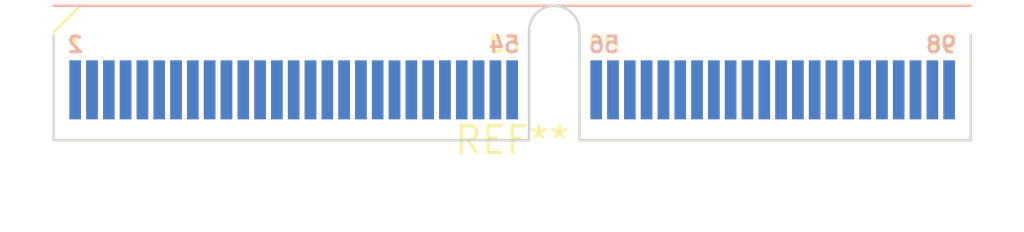
<source format=kicad_pcb>
(kicad_pcb (version 20240108) (generator pcbnew)
  (layers (0 "F.Cu" signal) (31 "B.Cu" signal) (34 "B.Paste" user) (35 "F.Paste" user) (36 "B.SilkS" user "B.Silkscreen") (37 "F.SilkS" user "F.Silkscreen") (38 "B.Mask" user) (39 "F.Mask" user) (44 "Edge.Cuts" user))
  (net 0 "")
  (footprint "Samtec_HSEC8-149-X-X-DV_2x49_P0.8mm_Edge" (layer "F.Cu") (at 0 0)
    (property "Reference" "REF**")
    (property "Value" "Samtec_HSEC8-149-X-X-DV_2x49_P0.8mm_Edge")
    (fp_line (start -21.825 -6.4) (end -21.825 -6.4) (layer "B.SilkS") (stroke (width 0.12)))
    (fp_line (start -21.825 -6.4) (end 21.825 -6.4) (layer "B.SilkS") (stroke (width 0.12)))
    (fp_line (start -21.825 -5.13) (end -20.555 -6.4) (layer "F.SilkS") (stroke (width 0.12)))
    (fp_line (start -20.555 -6.4) (end 21.825 -6.4) (layer "F.SilkS") (stroke (width 0.12)))
    (fp_line (start -21.825 -5) (end -21.825 0) (layer "Edge.Cuts") (stroke (width 0.12)))
    (fp_line (start -21.825 0) (end 0.805 0) (layer "Edge.Cuts") (stroke (width 0.12)))
    (fp_line (start 0.805 0) (end 0.805 -5.2) (layer "Edge.Cuts") (stroke (width 0.12)))
    (fp_line (start 3.205 -5.2) (end 3.205 0) (layer "Edge.Cuts") (stroke (width 0.12)))
    (fp_line (start 3.205 0) (end 21.825 0) (layer "Edge.Cuts") (stroke (width 0.12)))
    (fp_line (start 21.825 0) (end 21.825 -5) (layer "Edge.Cuts") (stroke (width 0.12)))
    (fp_arc (start 0.805 -5.2) (mid 2.005 -6.4) (end 3.205 -5.2) (layer "Edge.Cuts") (stroke (width 0.12)))
    (fp_text user "56" (at 4.375 -4.55 0) (layer "B.SilkS") (effects (font (size 0.75 0.75)) (justify mirror)))
    (fp_text user "98" (at 20.425 -4.55 0) (layer "B.SilkS") (effects (font (size 0.75 0.75)) (justify mirror)))
    (fp_text user "54" (at -0.375 -4.55 0) (layer "B.SilkS") (effects (font (size 0.75 0.75)) (justify mirror)))
    (fp_text user "2" (at -20.8 -4.55 0) (layer "B.SilkS") (effects (font (size 0.75 0.75)) (justify mirror)))
    (fp_text user "1" (at -20.8 -4.55 0) (layer "F.SilkS") (effects (font (size 0.75 0.75))))
    (fp_text user "97" (at 20.425 -4.55 0) (layer "F.SilkS") (effects (font (size 0.75 0.75))))
    (fp_text user "55" (at 4.375 -4.55 0) (layer "F.SilkS") (effects (font (size 0.75 0.75))))
    (fp_text user "53" (at -0.375 -4.55 0) (layer "F.SilkS") (effects (font (size 0.75 0.75))))
    (pad "1" connect rect (at -20.8 -2.4) (size 0.55 2.8) (layers "F.Cu" "F.Mask"))
    (pad "2" connect rect (at -20.8 -2.4) (size 0.55 2.8) (layers "B.Cu" "B.Mask"))
    (pad "3" connect rect (at -20 -2.4) (size 0.55 2.8) (layers "F.Cu" "F.Mask"))
    (pad "4" connect rect (at -20 -2.4) (size 0.55 2.8) (layers "B.Cu" "B.Mask"))
    (pad "5" connect rect (at -19.2 -2.4) (size 0.55 2.8) (layers "F.Cu" "F.Mask"))
    (pad "6" connect rect (at -19.2 -2.4) (size 0.55 2.8) (layers "B.Cu" "B.Mask"))
    (pad "7" connect rect (at -18.4 -2.4) (size 0.55 2.8) (layers "F.Cu" "F.Mask"))
    (pad "8" connect rect (at -18.4 -2.4) (size 0.55 2.8) (layers "B.Cu" "B.Mask"))
    (pad "9" connect rect (at -17.6 -2.4) (size 0.55 2.8) (layers "F.Cu" "F.Mask"))
    (pad "10" connect rect (at -17.6 -2.4) (size 0.55 2.8) (layers "B.Cu" "B.Mask"))
    (pad "11" connect rect (at -16.8 -2.4) (size 0.55 2.8) (layers "F.Cu" "F.Mask"))
    (pad "12" connect rect (at -16.8 -2.4) (size 0.55 2.8) (layers "B.Cu" "B.Mask"))
    (pad "13" connect rect (at -16 -2.4) (size 0.55 2.8) (layers "F.Cu" "F.Mask"))
    (pad "14" connect rect (at -16 -2.4) (size 0.55 2.8) (layers "B.Cu" "B.Mask"))
    (pad "15" connect rect (at -15.2 -2.4) (size 0.55 2.8) (layers "F.Cu" "F.Mask"))
    (pad "16" connect rect (at -15.2 -2.4) (size 0.55 2.8) (layers "B.Cu" "B.Mask"))
    (pad "17" connect rect (at -14.4 -2.4) (size 0.55 2.8) (layers "F.Cu" "F.Mask"))
    (pad "18" connect rect (at -14.4 -2.4) (size 0.55 2.8) (layers "B.Cu" "B.Mask"))
    (pad "19" connect rect (at -13.6 -2.4) (size 0.55 2.8) (layers "F.Cu" "F.Mask"))
    (pad "20" connect rect (at -13.6 -2.4) (size 0.55 2.8) (layers "B.Cu" "B.Mask"))
    (pad "21" connect rect (at -12.8 -2.4) (size 0.55 2.8) (layers "F.Cu" "F.Mask"))
    (pad "22" connect rect (at -12.8 -2.4) (size 0.55 2.8) (layers "B.Cu" "B.Mask"))
    (pad "23" connect rect (at -12 -2.4) (size 0.55 2.8) (layers "F.Cu" "F.Mask"))
    (pad "24" connect rect (at -12 -2.4) (size 0.55 2.8) (layers "B.Cu" "B.Mask"))
    (pad "25" connect rect (at -11.2 -2.4) (size 0.55 2.8) (layers "F.Cu" "F.Mask"))
    (pad "26" connect rect (at -11.2 -2.4) (size 0.55 2.8) (layers "B.Cu" "B.Mask"))
    (pad "27" connect rect (at -10.4 -2.4) (size 0.55 2.8) (layers "F.Cu" "F.Mask"))
    (pad "28" connect rect (at -10.4 -2.4) (size 0.55 2.8) (layers "B.Cu" "B.Mask"))
    (pad "29" connect rect (at -9.6 -2.4) (size 0.55 2.8) (layers "F.Cu" "F.Mask"))
    (pad "30" connect rect (at -9.6 -2.4) (size 0.55 2.8) (layers "B.Cu" "B.Mask"))
    (pad "31" connect rect (at -8.8 -2.4) (size 0.55 2.8) (layers "F.Cu" "F.Mask"))
    (pad "32" connect rect (at -8.8 -2.4) (size 0.55 2.8) (layers "B.Cu" "B.Mask"))
    (pad "33" connect rect (at -8 -2.4) (size 0.55 2.8) (layers "F.Cu" "F.Mask"))
    (pad "34" connect rect (at -8 -2.4) (size 0.55 2.8) (layers "B.Cu" "B.Mask"))
    (pad "35" connect rect (at -7.2 -2.4) (size 0.55 2.8) (layers "F.Cu" "F.Mask"))
    (pad "36" connect rect (at -7.2 -2.4) (size 0.55 2.8) (layers "B.Cu" "B.Mask"))
    (pad "37" connect rect (at -6.4 -2.4) (size 0.55 2.8) (layers "F.Cu" "F.Mask"))
    (pad "38" connect rect (at -6.4 -2.4) (size 0.55 2.8) (layers "B.Cu" "B.Mask"))
    (pad "39" connect rect (at -5.6 -2.4) (size 0.55 2.8) (layers "F.Cu" "F.Mask"))
    (pad "40" connect rect (at -5.6 -2.4) (size 0.55 2.8) (layers "B.Cu" "B.Mask"))
    (pad "41" connect rect (at -4.8 -2.4) (size 0.55 2.8) (layers "F.Cu" "F.Mask"))
    (pad "42" connect rect (at -4.8 -2.4) (size 0.55 2.8) (layers "B.Cu" "B.Mask"))
    (pad "43" connect rect (at -4 -2.4) (size 0.55 2.8) (layers "F.Cu" "F.Mask"))
    (pad "44" connect rect (at -4 -2.4) (size 0.55 2.8) (layers "B.Cu" "B.Mask"))
    (pad "45" connect rect (at -3.2 -2.4) (size 0.55 2.8) (layers "F.Cu" "F.Mask"))
    (pad "46" connect rect (at -3.2 -2.4) (size 0.55 2.8) (layers "B.Cu" "B.Mask"))
    (pad "47" connect rect (at -2.4 -2.4) (size 0.55 2.8) (layers "F.Cu" "F.Mask"))
    (pad "48" connect rect (at -2.4 -2.4) (size 0.55 2.8) (layers "B.Cu" "B.Mask"))
    (pad "49" connect rect (at -1.6 -2.4) (size 0.55 2.8) (layers "F.Cu" "F.Mask"))
    (pad "50" connect rect (at -1.6 -2.4) (size 0.55 2.8) (layers "B.Cu" "B.Mask"))
    (pad "51" connect rect (at -0.8 -2.4) (size 0.55 2.8) (layers "F.Cu" "F.Mask"))
    (pad "52" connect rect (at -0.8 -2.4) (size 0.55 2.8) (layers "B.Cu" "B.Mask"))
    (pad "53" connect rect (at 0 -2.4) (size 0.55 2.8) (layers "F.Cu" "F.Mask"))
    (pad "54" connect rect (at 0 -2.4) (size 0.55 2.8) (layers "B.Cu" "B.Mask"))
    (pad "55" connect rect (at 4 -2.4) (size 0.55 2.8) (layers "F.Cu" "F.Mask"))
    (pad "56" connect rect (at 4 -2.4) (size 0.55 2.8) (layers "B.Cu" "B.Mask"))
    (pad "57" connect rect (at 4.8 -2.4) (size 0.55 2.8) (layers "F.Cu" "F.Mask"))
    (pad "58" connect rect (at 4.8 -2.4) (size 0.55 2.8) (layers "B.Cu" "B.Mask"))
    (pad "59" connect rect (at 5.6 -2.4) (size 0.55 2.8) (layers "F.Cu" "F.Mask"))
    (pad "60" connect rect (at 5.6 -2.4) (size 0.55 2.8) (layers "B.Cu" "B.Mask"))
    (pad "61" connect rect (at 6.4 -2.4) (size 0.55 2.8) (layers "F.Cu" "F.Mask"))
    (pad "62" connect rect (at 6.4 -2.4) (size 0.55 2.8) (layers "B.Cu" "B.Mask"))
    (pad "63" connect rect (at 7.2 -2.4) (size 0.55 2.8) (layers "F.Cu" "F.Mask"))
    (pad "64" connect rect (at 7.2 -2.4) (size 0.55 2.8) (layers "B.Cu" "B.Mask"))
    (pad "65" connect rect (at 8 -2.4) (size 0.55 2.8) (layers "F.Cu" "F.Mask"))
    (pad "66" connect rect (at 8 -2.4) (size 0.55 2.8) (layers "B.Cu" "B.Mask"))
    (pad "67" connect rect (at 8.8 -2.4) (size 0.55 2.8) (layers "F.Cu" "F.Mask"))
    (pad "68" connect rect (at 8.8 -2.4) (size 0.55 2.8) (layers "B.Cu" "B.Mask"))
    (pad "69" connect rect (at 9.6 -2.4) (size 0.55 2.8) (layers "F.Cu" "F.Mask"))
    (pad "70" connect rect (at 9.6 -2.4) (size 0.55 2.8) (layers "B.Cu" "B.Mask"))
    (pad "71" connect rect (at 10.4 -2.4) (size 0.55 2.8) (layers "F.Cu" "F.Mask"))
    (pad "72" connect rect (at 10.4 -2.4) (size 0.55 2.8) (layers "B.Cu" "B.Mask"))
    (pad "73" connect rect (at 11.2 -2.4) (size 0.55 2.8) (layers "F.Cu" "F.Mask"))
    (pad "74" connect rect (at 11.2 -2.4) (size 0.55 2.8) (layers "B.Cu" "B.Mask"))
    (pad "75" connect rect (at 12 -2.4) (size 0.55 2.8) (layers "F.Cu" "F.Mask"))
    (pad "76" connect rect (at 12 -2.4) (size 0.55 2.8) (layers "B.Cu" "B.Mask"))
    (pad "77" connect rect (at 12.8 -2.4) (size 0.55 2.8) (layers "F.Cu" "F.Mask"))
    (pad "78" connect rect (at 12.8 -2.4) (size 0.55 2.8) (layers "B.Cu" "B.Mask"))
    (pad "79" connect rect (at 13.6 -2.4) (size 0.55 2.8) (layers "F.Cu" "F.Mask"))
    (pad "80" connect rect (at 13.6 -2.4) (size 0.55 2.8) (layers "B.Cu" "B.Mask"))
    (pad "81" connect rect (at 14.4 -2.4) (size 0.55 2.8) (layers "F.Cu" "F.Mask"))
    (pad "82" connect rect (at 14.4 -2.4) (size 0.55 2.8) (layers "B.Cu" "B.Mask"))
    (pad "83" connect rect (at 15.2 -2.4) (size 0.55 2.8) (layers "F.Cu" "F.Mask"))
    (pad "84" connect rect (at 15.2 -2.4) (size 0.55 2.8) (layers "B.Cu" "B.Mask"))
    (pad "85" connect rect (at 16 -2.4) (size 0.55 2.8) (layers "F.Cu" "F.Mask"))
    (pad "86" connect rect (at 16 -2.4) (size 0.55 2.8) (layers "B.Cu" "B.Mask"))
    (pad "87" connect rect (at 16.8 -2.4) (size 0.55 2.8) (layers "F.Cu" "F.Mask"))
    (pad "88" connect rect (at 16.8 -2.4) (size 0.55 2.8) (layers "B.Cu" "B.Mask"))
    (pad "89" connect rect (at 17.6 -2.4) (size 0.55 2.8) (layers "F.Cu" "F.Mask"))
    (pad "90" connect rect (at 17.6 -2.4) (size 0.55 2.8) (layers "B.Cu" "B.Mask"))
    (pad "91" connect rect (at 18.4 -2.4) (size 0.55 2.8) (layers "F.Cu" "F.Mask"))
    (pad "92" connect rect (at 18.4 -2.4) (size 0.55 2.8) (layers "B.Cu" "B.Mask"))
    (pad "93" connect rect (at 19.2 -2.4) (size 0.55 2.8) (layers "F.Cu" "F.Mask"))
    (pad "94" connect rect (at 19.2 -2.4) (size 0.55 2.8) (layers "B.Cu" "B.Mask"))
    (pad "95" connect rect (at 20 -2.4) (size 0.55 2.8) (layers "F.Cu" "F.Mask"))
    (pad "96" connect rect (at 20 -2.4) (size 0.55 2.8) (layers "B.Cu" "B.Mask"))
    (pad "97" connect rect (at 20.8 -2.4) (size 0.55 2.8) (layers "F.Cu" "F.Mask"))
    (pad "98" connect rect (at 20.8 -2.4) (size 0.55 2.8) (layers "B.Cu" "B.Mask"))
  )
)
</source>
